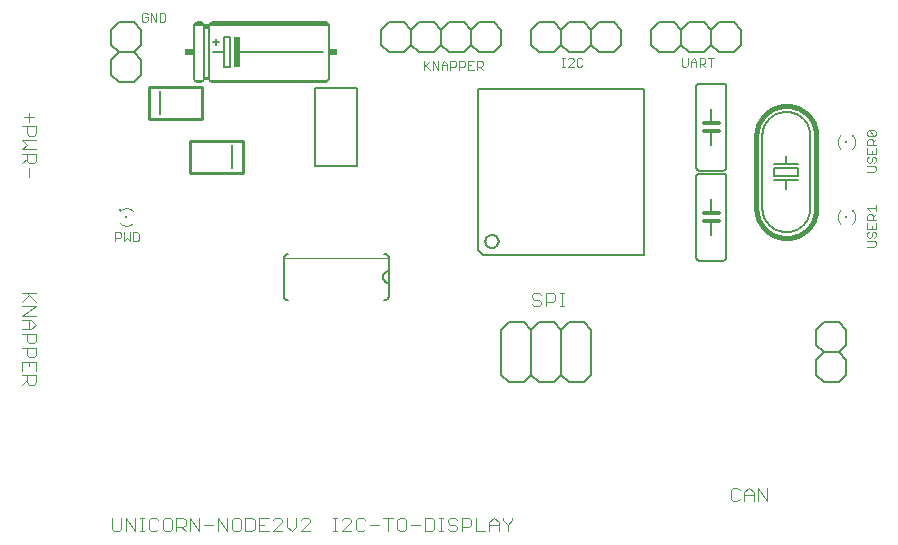
<source format=gto>
G75*
G70*
%OFA0B0*%
%FSLAX24Y24*%
%IPPOS*%
%LPD*%
%AMOC8*
5,1,8,0,0,1.08239X$1,22.5*
%
%ADD10C,0.0030*%
%ADD11C,0.0040*%
%ADD12C,0.0160*%
%ADD13C,0.0060*%
%ADD14C,0.0120*%
%ADD15R,0.0079X0.0079*%
%ADD16R,0.0059X0.0098*%
%ADD17C,0.0100*%
%ADD18R,0.0059X0.0827*%
%ADD19R,0.0200X0.1000*%
%ADD20R,0.0300X0.0200*%
%ADD21C,0.0020*%
%ADD22C,0.0080*%
%ADD23R,0.0098X0.0059*%
D10*
X003433Y010836D02*
X003433Y011126D01*
X003579Y011126D01*
X003627Y011078D01*
X003627Y010981D01*
X003579Y010933D01*
X003433Y010933D01*
X003728Y010836D02*
X003825Y010933D01*
X003922Y010836D01*
X003922Y011126D01*
X004023Y011126D02*
X004168Y011126D01*
X004216Y011078D01*
X004216Y010884D01*
X004168Y010836D01*
X004023Y010836D01*
X004023Y011126D01*
X003728Y011126D02*
X003728Y010836D01*
X013717Y016556D02*
X013717Y016846D01*
X013766Y016701D02*
X013911Y016556D01*
X014012Y016556D02*
X014012Y016846D01*
X014205Y016556D01*
X014205Y016846D01*
X014307Y016750D02*
X014403Y016846D01*
X014500Y016750D01*
X014500Y016556D01*
X014601Y016556D02*
X014601Y016846D01*
X014746Y016846D01*
X014795Y016798D01*
X014795Y016701D01*
X014746Y016653D01*
X014601Y016653D01*
X014500Y016701D02*
X014307Y016701D01*
X014307Y016750D02*
X014307Y016556D01*
X013911Y016846D02*
X013717Y016653D01*
X014896Y016653D02*
X015041Y016653D01*
X015089Y016701D01*
X015089Y016798D01*
X015041Y016846D01*
X014896Y016846D01*
X014896Y016556D01*
X015191Y016556D02*
X015384Y016556D01*
X015485Y016556D02*
X015485Y016846D01*
X015630Y016846D01*
X015679Y016798D01*
X015679Y016701D01*
X015630Y016653D01*
X015485Y016653D01*
X015582Y016653D02*
X015679Y016556D01*
X015287Y016701D02*
X015191Y016701D01*
X015191Y016846D02*
X015191Y016556D01*
X015191Y016846D02*
X015384Y016846D01*
X018317Y016946D02*
X018414Y016946D01*
X018366Y016946D02*
X018366Y016656D01*
X018414Y016656D02*
X018317Y016656D01*
X018514Y016656D02*
X018707Y016850D01*
X018707Y016898D01*
X018659Y016946D01*
X018562Y016946D01*
X018514Y016898D01*
X018514Y016656D02*
X018707Y016656D01*
X018808Y016704D02*
X018808Y016898D01*
X018857Y016946D01*
X018954Y016946D01*
X019002Y016898D01*
X019002Y016704D02*
X018954Y016656D01*
X018857Y016656D01*
X018808Y016704D01*
X022317Y016704D02*
X022366Y016656D01*
X022462Y016656D01*
X022511Y016704D01*
X022511Y016946D01*
X022612Y016850D02*
X022612Y016656D01*
X022612Y016801D02*
X022805Y016801D01*
X022805Y016850D02*
X022805Y016656D01*
X022907Y016656D02*
X022907Y016946D01*
X023052Y016946D01*
X023100Y016898D01*
X023100Y016801D01*
X023052Y016753D01*
X022907Y016753D01*
X023003Y016753D02*
X023100Y016656D01*
X023298Y016656D02*
X023298Y016946D01*
X023201Y016946D02*
X023395Y016946D01*
X022805Y016850D02*
X022709Y016946D01*
X022612Y016850D01*
X022317Y016946D02*
X022317Y016704D01*
X028497Y014480D02*
X028546Y014528D01*
X028739Y014335D01*
X028787Y014383D01*
X028787Y014480D01*
X028739Y014528D01*
X028546Y014528D01*
X028497Y014480D02*
X028497Y014383D01*
X028546Y014335D01*
X028739Y014335D01*
X028787Y014234D02*
X028691Y014137D01*
X028691Y014185D02*
X028691Y014040D01*
X028787Y014040D02*
X028497Y014040D01*
X028497Y014185D01*
X028546Y014234D01*
X028642Y014234D01*
X028691Y014185D01*
X028787Y013939D02*
X028787Y013745D01*
X028497Y013745D01*
X028497Y013939D01*
X028642Y013842D02*
X028642Y013745D01*
X028691Y013644D02*
X028739Y013644D01*
X028787Y013596D01*
X028787Y013499D01*
X028739Y013451D01*
X028739Y013350D02*
X028497Y013350D01*
X028546Y013451D02*
X028594Y013451D01*
X028642Y013499D01*
X028642Y013596D01*
X028691Y013644D01*
X028546Y013644D02*
X028497Y013596D01*
X028497Y013499D01*
X028546Y013451D01*
X028739Y013350D02*
X028787Y013301D01*
X028787Y013204D01*
X028739Y013156D01*
X028497Y013156D01*
X028787Y012028D02*
X028787Y011835D01*
X028787Y011931D02*
X028497Y011931D01*
X028594Y011835D01*
X028642Y011734D02*
X028691Y011685D01*
X028691Y011540D01*
X028787Y011540D02*
X028497Y011540D01*
X028497Y011685D01*
X028546Y011734D01*
X028642Y011734D01*
X028691Y011637D02*
X028787Y011734D01*
X028787Y011439D02*
X028787Y011245D01*
X028497Y011245D01*
X028497Y011439D01*
X028642Y011342D02*
X028642Y011245D01*
X028691Y011144D02*
X028739Y011144D01*
X028787Y011096D01*
X028787Y010999D01*
X028739Y010951D01*
X028739Y010850D02*
X028497Y010850D01*
X028546Y010951D02*
X028594Y010951D01*
X028642Y010999D01*
X028642Y011096D01*
X028691Y011144D01*
X028546Y011144D02*
X028497Y011096D01*
X028497Y010999D01*
X028546Y010951D01*
X028739Y010850D02*
X028787Y010801D01*
X028787Y010704D01*
X028739Y010656D01*
X028497Y010656D01*
X005100Y018204D02*
X005052Y018156D01*
X004907Y018156D01*
X004907Y018446D01*
X005052Y018446D01*
X005100Y018398D01*
X005100Y018204D01*
X004805Y018156D02*
X004805Y018446D01*
X004612Y018446D02*
X004805Y018156D01*
X004612Y018156D02*
X004612Y018446D01*
X004511Y018398D02*
X004462Y018446D01*
X004366Y018446D01*
X004317Y018398D01*
X004317Y018204D01*
X004366Y018156D01*
X004462Y018156D01*
X004511Y018204D01*
X004511Y018301D01*
X004414Y018301D01*
D11*
X003322Y001238D02*
X003399Y001161D01*
X003553Y001161D01*
X003629Y001238D01*
X003629Y001621D01*
X003783Y001621D02*
X004090Y001161D01*
X004090Y001621D01*
X004243Y001621D02*
X004396Y001621D01*
X004320Y001621D02*
X004320Y001161D01*
X004396Y001161D02*
X004243Y001161D01*
X004550Y001238D02*
X004627Y001161D01*
X004780Y001161D01*
X004857Y001238D01*
X005010Y001238D02*
X005087Y001161D01*
X005240Y001161D01*
X005317Y001238D01*
X005317Y001545D01*
X005240Y001621D01*
X005087Y001621D01*
X005010Y001545D01*
X005010Y001238D01*
X005471Y001315D02*
X005701Y001315D01*
X005778Y001391D01*
X005778Y001545D01*
X005701Y001621D01*
X005471Y001621D01*
X005471Y001161D01*
X005624Y001315D02*
X005778Y001161D01*
X005931Y001161D02*
X005931Y001621D01*
X006238Y001161D01*
X006238Y001621D01*
X006391Y001391D02*
X006698Y001391D01*
X006852Y001161D02*
X006852Y001621D01*
X007159Y001161D01*
X007159Y001621D01*
X007312Y001545D02*
X007312Y001238D01*
X007389Y001161D01*
X007542Y001161D01*
X007619Y001238D01*
X007619Y001545D01*
X007542Y001621D01*
X007389Y001621D01*
X007312Y001545D01*
X007772Y001621D02*
X007772Y001161D01*
X008003Y001161D01*
X008079Y001238D01*
X008079Y001545D01*
X008003Y001621D01*
X007772Y001621D01*
X008233Y001621D02*
X008233Y001161D01*
X008540Y001161D01*
X008693Y001161D02*
X009000Y001468D01*
X009000Y001545D01*
X008923Y001621D01*
X008770Y001621D01*
X008693Y001545D01*
X008540Y001621D02*
X008233Y001621D01*
X008233Y001391D02*
X008386Y001391D01*
X008693Y001161D02*
X009000Y001161D01*
X009154Y001315D02*
X009307Y001161D01*
X009460Y001315D01*
X009460Y001621D01*
X009614Y001545D02*
X009691Y001621D01*
X009844Y001621D01*
X009921Y001545D01*
X009921Y001468D01*
X009614Y001161D01*
X009921Y001161D01*
X009154Y001315D02*
X009154Y001621D01*
X010684Y001621D02*
X010837Y001621D01*
X010761Y001621D02*
X010761Y001161D01*
X010837Y001161D02*
X010684Y001161D01*
X010991Y001161D02*
X011298Y001468D01*
X011298Y001545D01*
X011221Y001621D01*
X011067Y001621D01*
X010991Y001545D01*
X010991Y001161D02*
X011298Y001161D01*
X011451Y001238D02*
X011528Y001161D01*
X011681Y001161D01*
X011758Y001238D01*
X011911Y001391D02*
X012218Y001391D01*
X012372Y001621D02*
X012679Y001621D01*
X012525Y001621D02*
X012525Y001161D01*
X012832Y001238D02*
X012909Y001161D01*
X013062Y001161D01*
X013139Y001238D01*
X013139Y001545D01*
X013062Y001621D01*
X012909Y001621D01*
X012832Y001545D01*
X012832Y001238D01*
X013292Y001391D02*
X013599Y001391D01*
X013753Y001161D02*
X013983Y001161D01*
X014060Y001238D01*
X014060Y001545D01*
X013983Y001621D01*
X013753Y001621D01*
X013753Y001161D01*
X014213Y001161D02*
X014367Y001161D01*
X014290Y001161D02*
X014290Y001621D01*
X014213Y001621D02*
X014367Y001621D01*
X014520Y001545D02*
X014520Y001468D01*
X014597Y001391D01*
X014750Y001391D01*
X014827Y001315D01*
X014827Y001238D01*
X014750Y001161D01*
X014597Y001161D01*
X014520Y001238D01*
X014520Y001545D02*
X014597Y001621D01*
X014750Y001621D01*
X014827Y001545D01*
X014980Y001621D02*
X015211Y001621D01*
X015287Y001545D01*
X015287Y001391D01*
X015211Y001315D01*
X014980Y001315D01*
X014980Y001161D02*
X014980Y001621D01*
X015441Y001621D02*
X015441Y001161D01*
X015748Y001161D01*
X015901Y001161D02*
X015901Y001468D01*
X016055Y001621D01*
X016208Y001468D01*
X016208Y001161D01*
X016208Y001391D02*
X015901Y001391D01*
X016361Y001545D02*
X016515Y001391D01*
X016515Y001161D01*
X016515Y001391D02*
X016668Y001545D01*
X016668Y001621D01*
X016361Y001621D02*
X016361Y001545D01*
X011758Y001545D02*
X011681Y001621D01*
X011528Y001621D01*
X011451Y001545D01*
X011451Y001238D01*
X004857Y001545D02*
X004780Y001621D01*
X004627Y001621D01*
X004550Y001545D01*
X004550Y001238D01*
X003783Y001161D02*
X003783Y001621D01*
X003322Y001621D02*
X003322Y001238D01*
X000706Y006052D02*
X000553Y006052D01*
X000476Y006129D01*
X000476Y006359D01*
X000476Y006206D02*
X000322Y006052D01*
X000706Y006052D02*
X000783Y006129D01*
X000783Y006359D01*
X000322Y006359D01*
X000322Y006512D02*
X000322Y006819D01*
X000783Y006819D01*
X000783Y006512D01*
X000553Y006666D02*
X000553Y006819D01*
X000553Y006973D02*
X000476Y007050D01*
X000476Y007280D01*
X000322Y007280D02*
X000783Y007280D01*
X000783Y007050D01*
X000706Y006973D01*
X000553Y006973D01*
X000553Y007433D02*
X000476Y007510D01*
X000476Y007740D01*
X000322Y007740D02*
X000783Y007740D01*
X000783Y007510D01*
X000706Y007433D01*
X000553Y007433D01*
X000553Y007894D02*
X000553Y008200D01*
X000629Y008200D02*
X000322Y008200D01*
X000322Y008354D02*
X000783Y008354D01*
X000629Y008200D02*
X000783Y008047D01*
X000629Y007894D01*
X000322Y007894D01*
X000322Y008354D02*
X000783Y008661D01*
X000322Y008661D01*
X000322Y008814D02*
X000553Y009044D01*
X000476Y009121D02*
X000783Y008814D01*
X000783Y009121D02*
X000322Y009121D01*
X003585Y011444D02*
X003608Y011421D01*
X003634Y011401D01*
X003662Y011384D01*
X003691Y011370D01*
X003722Y011359D01*
X003753Y011352D01*
X003786Y011348D01*
X003818Y011348D01*
X003851Y011352D01*
X003882Y011359D01*
X003913Y011370D01*
X003942Y011384D01*
X003970Y011401D01*
X003996Y011421D01*
X004019Y011444D01*
X004019Y011838D02*
X003996Y011861D01*
X003970Y011881D01*
X003942Y011898D01*
X003913Y011912D01*
X003882Y011923D01*
X003851Y011930D01*
X003818Y011934D01*
X003786Y011934D01*
X003753Y011930D01*
X003722Y011923D01*
X003691Y011912D01*
X003662Y011898D01*
X003634Y011881D01*
X003608Y011861D01*
X003585Y011838D01*
X000783Y013510D02*
X000783Y013740D01*
X000322Y013740D01*
X000322Y013894D02*
X000783Y013894D01*
X000476Y014047D02*
X000322Y013894D01*
X000476Y014047D02*
X000322Y014200D01*
X000783Y014200D01*
X000706Y014354D02*
X000553Y014354D01*
X000476Y014431D01*
X000476Y014661D01*
X000322Y014661D02*
X000783Y014661D01*
X000783Y014431D01*
X000706Y014354D01*
X000553Y014814D02*
X000553Y015121D01*
X000706Y014968D02*
X000399Y014968D01*
X000476Y013740D02*
X000476Y013510D01*
X000553Y013433D01*
X000706Y013433D01*
X000783Y013510D01*
X000476Y013587D02*
X000322Y013433D01*
X000553Y013280D02*
X000553Y012973D01*
X017322Y009045D02*
X017322Y008968D01*
X017399Y008891D01*
X017553Y008891D01*
X017629Y008815D01*
X017629Y008738D01*
X017553Y008661D01*
X017399Y008661D01*
X017322Y008738D01*
X017783Y008815D02*
X018013Y008815D01*
X018090Y008891D01*
X018090Y009045D01*
X018013Y009121D01*
X017783Y009121D01*
X017783Y008661D01*
X017629Y009045D02*
X017553Y009121D01*
X017399Y009121D01*
X017322Y009045D01*
X018243Y009121D02*
X018396Y009121D01*
X018320Y009121D02*
X018320Y008661D01*
X018396Y008661D02*
X018243Y008661D01*
X024018Y002621D02*
X023941Y002545D01*
X023941Y002238D01*
X024018Y002161D01*
X024171Y002161D01*
X024248Y002238D01*
X024402Y002161D02*
X024402Y002468D01*
X024555Y002621D01*
X024708Y002468D01*
X024708Y002161D01*
X024862Y002161D02*
X024862Y002621D01*
X025169Y002161D01*
X025169Y002621D01*
X024708Y002391D02*
X024402Y002391D01*
X024248Y002545D02*
X024171Y002621D01*
X024018Y002621D01*
X027605Y011424D02*
X027582Y011447D01*
X027562Y011473D01*
X027545Y011501D01*
X027531Y011530D01*
X027520Y011561D01*
X027513Y011592D01*
X027509Y011625D01*
X027509Y011657D01*
X027513Y011690D01*
X027520Y011721D01*
X027531Y011752D01*
X027545Y011781D01*
X027562Y011809D01*
X027582Y011835D01*
X027605Y011858D01*
X027999Y011858D02*
X028022Y011835D01*
X028042Y011809D01*
X028059Y011781D01*
X028073Y011752D01*
X028084Y011721D01*
X028091Y011690D01*
X028095Y011657D01*
X028095Y011625D01*
X028091Y011592D01*
X028084Y011561D01*
X028073Y011530D01*
X028059Y011501D01*
X028042Y011473D01*
X028022Y011447D01*
X027999Y011424D01*
X027605Y013924D02*
X027582Y013947D01*
X027562Y013973D01*
X027545Y014001D01*
X027531Y014030D01*
X027520Y014061D01*
X027513Y014092D01*
X027509Y014125D01*
X027509Y014157D01*
X027513Y014190D01*
X027520Y014221D01*
X027531Y014252D01*
X027545Y014281D01*
X027562Y014309D01*
X027582Y014335D01*
X027605Y014358D01*
X027999Y014358D02*
X028022Y014335D01*
X028042Y014309D01*
X028059Y014281D01*
X028073Y014252D01*
X028084Y014221D01*
X028091Y014190D01*
X028095Y014157D01*
X028095Y014125D01*
X028091Y014092D01*
X028084Y014061D01*
X028073Y014030D01*
X028059Y014001D01*
X028042Y013973D01*
X028022Y013947D01*
X027999Y013924D01*
D12*
X026802Y014341D02*
X026802Y011941D01*
X026800Y011879D01*
X026794Y011818D01*
X026785Y011757D01*
X026772Y011697D01*
X026755Y011638D01*
X026734Y011580D01*
X026710Y011523D01*
X026683Y011468D01*
X026652Y011415D01*
X026618Y011363D01*
X026581Y011314D01*
X026541Y011267D01*
X026498Y011223D01*
X026453Y011182D01*
X026405Y011143D01*
X026354Y011107D01*
X026302Y011075D01*
X026248Y011046D01*
X026192Y011020D01*
X026134Y010998D01*
X026076Y010979D01*
X026016Y010964D01*
X025955Y010953D01*
X025894Y010945D01*
X025833Y010941D01*
X025771Y010941D01*
X025710Y010945D01*
X025649Y010953D01*
X025588Y010964D01*
X025528Y010979D01*
X025470Y010998D01*
X025412Y011020D01*
X025356Y011046D01*
X025302Y011075D01*
X025250Y011107D01*
X025199Y011143D01*
X025151Y011182D01*
X025106Y011223D01*
X025063Y011267D01*
X025023Y011314D01*
X024986Y011363D01*
X024952Y011415D01*
X024921Y011468D01*
X024894Y011523D01*
X024870Y011580D01*
X024849Y011638D01*
X024832Y011697D01*
X024819Y011757D01*
X024810Y011818D01*
X024804Y011879D01*
X024802Y011941D01*
X024802Y014341D01*
X024804Y014403D01*
X024810Y014464D01*
X024819Y014525D01*
X024832Y014585D01*
X024849Y014644D01*
X024870Y014702D01*
X024894Y014759D01*
X024921Y014814D01*
X024952Y014867D01*
X024986Y014919D01*
X025023Y014968D01*
X025063Y015015D01*
X025106Y015059D01*
X025151Y015100D01*
X025199Y015139D01*
X025250Y015175D01*
X025302Y015207D01*
X025356Y015236D01*
X025412Y015262D01*
X025470Y015284D01*
X025528Y015303D01*
X025588Y015318D01*
X025649Y015329D01*
X025710Y015337D01*
X025771Y015341D01*
X025833Y015341D01*
X025894Y015337D01*
X025955Y015329D01*
X026016Y015318D01*
X026076Y015303D01*
X026134Y015284D01*
X026192Y015262D01*
X026248Y015236D01*
X026302Y015207D01*
X026354Y015175D01*
X026405Y015139D01*
X026453Y015100D01*
X026498Y015059D01*
X026541Y015015D01*
X026581Y014968D01*
X026618Y014919D01*
X026652Y014867D01*
X026683Y014814D01*
X026710Y014759D01*
X026734Y014702D01*
X026755Y014644D01*
X026772Y014585D01*
X026785Y014525D01*
X026794Y014464D01*
X026800Y014403D01*
X026802Y014341D01*
D13*
X026602Y014341D02*
X026602Y011941D01*
X026600Y011885D01*
X026594Y011830D01*
X026585Y011775D01*
X026571Y011720D01*
X026554Y011667D01*
X026533Y011616D01*
X026508Y011565D01*
X026480Y011517D01*
X026449Y011471D01*
X026415Y011427D01*
X026377Y011385D01*
X026337Y011346D01*
X026295Y011311D01*
X026249Y011278D01*
X026202Y011248D01*
X026153Y011222D01*
X026102Y011199D01*
X026049Y011180D01*
X025996Y011165D01*
X025941Y011153D01*
X025886Y011145D01*
X025830Y011141D01*
X025774Y011141D01*
X025718Y011145D01*
X025663Y011153D01*
X025608Y011165D01*
X025555Y011180D01*
X025502Y011199D01*
X025451Y011222D01*
X025402Y011248D01*
X025355Y011278D01*
X025309Y011311D01*
X025267Y011346D01*
X025227Y011385D01*
X025189Y011427D01*
X025155Y011471D01*
X025124Y011517D01*
X025096Y011565D01*
X025071Y011616D01*
X025050Y011667D01*
X025033Y011720D01*
X025019Y011775D01*
X025010Y011830D01*
X025004Y011885D01*
X025002Y011941D01*
X025002Y014341D01*
X025004Y014397D01*
X025010Y014452D01*
X025019Y014507D01*
X025033Y014562D01*
X025050Y014615D01*
X025071Y014666D01*
X025096Y014717D01*
X025124Y014765D01*
X025155Y014811D01*
X025189Y014855D01*
X025227Y014897D01*
X025267Y014936D01*
X025309Y014971D01*
X025355Y015004D01*
X025402Y015034D01*
X025451Y015060D01*
X025502Y015083D01*
X025555Y015102D01*
X025608Y015117D01*
X025663Y015129D01*
X025718Y015137D01*
X025774Y015141D01*
X025830Y015141D01*
X025886Y015137D01*
X025941Y015129D01*
X025996Y015117D01*
X026049Y015102D01*
X026102Y015083D01*
X026153Y015060D01*
X026202Y015034D01*
X026249Y015004D01*
X026295Y014971D01*
X026337Y014936D01*
X026377Y014897D01*
X026415Y014855D01*
X026449Y014811D01*
X026480Y014765D01*
X026508Y014717D01*
X026533Y014666D01*
X026554Y014615D01*
X026571Y014562D01*
X026585Y014507D01*
X026594Y014452D01*
X026600Y014397D01*
X026602Y014341D01*
X025802Y013691D02*
X025802Y013411D01*
X025402Y013411D01*
X025402Y013271D02*
X025402Y013021D01*
X026202Y013021D01*
X026202Y013271D01*
X025402Y013271D01*
X025402Y012871D02*
X025802Y012871D01*
X025802Y012591D01*
X025802Y012871D02*
X026202Y012871D01*
X026202Y013411D02*
X025802Y013411D01*
X023802Y013291D02*
X023802Y015991D01*
X023800Y016008D01*
X023796Y016025D01*
X023789Y016041D01*
X023779Y016055D01*
X023766Y016068D01*
X023752Y016078D01*
X023736Y016085D01*
X023719Y016089D01*
X023702Y016091D01*
X022902Y016091D01*
X022885Y016089D01*
X022868Y016085D01*
X022852Y016078D01*
X022838Y016068D01*
X022825Y016055D01*
X022815Y016041D01*
X022808Y016025D01*
X022804Y016008D01*
X022802Y015991D01*
X022802Y013291D01*
X022804Y013274D01*
X022808Y013257D01*
X022815Y013241D01*
X022825Y013227D01*
X022838Y013214D01*
X022852Y013204D01*
X022868Y013197D01*
X022885Y013193D01*
X022902Y013191D01*
X023702Y013191D01*
X023702Y013091D02*
X022902Y013091D01*
X022885Y013089D01*
X022868Y013085D01*
X022852Y013078D01*
X022838Y013068D01*
X022825Y013055D01*
X022815Y013041D01*
X022808Y013025D01*
X022804Y013008D01*
X022802Y012991D01*
X022802Y010291D01*
X022804Y010274D01*
X022808Y010257D01*
X022815Y010241D01*
X022825Y010227D01*
X022838Y010214D01*
X022852Y010204D01*
X022868Y010197D01*
X022885Y010193D01*
X022902Y010191D01*
X023702Y010191D01*
X023719Y010193D01*
X023736Y010197D01*
X023752Y010204D01*
X023766Y010214D01*
X023779Y010227D01*
X023789Y010241D01*
X023796Y010257D01*
X023800Y010274D01*
X023802Y010291D01*
X023802Y012991D01*
X023800Y013008D01*
X023796Y013025D01*
X023789Y013041D01*
X023779Y013055D01*
X023766Y013068D01*
X023752Y013078D01*
X023736Y013085D01*
X023719Y013089D01*
X023702Y013091D01*
X023702Y013191D02*
X023719Y013193D01*
X023736Y013197D01*
X023752Y013204D01*
X023766Y013214D01*
X023779Y013227D01*
X023789Y013241D01*
X023796Y013257D01*
X023800Y013274D01*
X023802Y013291D01*
X023302Y014041D02*
X023302Y014511D01*
X023302Y014761D02*
X023302Y015241D01*
X021072Y015911D02*
X021072Y010371D01*
X015702Y010371D01*
X015532Y010541D01*
X015532Y015911D01*
X021072Y015911D01*
X021552Y017141D02*
X021302Y017391D01*
X021302Y017891D01*
X021552Y018141D01*
X022052Y018141D01*
X022302Y017891D01*
X022552Y018141D01*
X023052Y018141D01*
X023302Y017891D01*
X023552Y018141D01*
X024052Y018141D01*
X024302Y017891D01*
X024302Y017391D01*
X024052Y017141D01*
X023552Y017141D01*
X023302Y017391D01*
X023052Y017141D01*
X022552Y017141D01*
X022302Y017391D01*
X022052Y017141D01*
X021552Y017141D01*
X022302Y017391D02*
X022302Y017891D01*
X023302Y017891D02*
X023302Y017391D01*
X020302Y017391D02*
X020052Y017141D01*
X019552Y017141D01*
X019302Y017391D01*
X019052Y017141D01*
X018552Y017141D01*
X018302Y017391D01*
X018052Y017141D01*
X017552Y017141D01*
X017302Y017391D01*
X017302Y017891D01*
X017552Y018141D01*
X018052Y018141D01*
X018302Y017891D01*
X018552Y018141D01*
X019052Y018141D01*
X019302Y017891D01*
X019552Y018141D01*
X020052Y018141D01*
X020302Y017891D01*
X020302Y017391D01*
X019302Y017391D02*
X019302Y017891D01*
X018302Y017891D02*
X018302Y017391D01*
X016302Y017391D02*
X016052Y017141D01*
X015552Y017141D01*
X015302Y017391D01*
X015052Y017141D01*
X014552Y017141D01*
X014302Y017391D01*
X014052Y017141D01*
X013552Y017141D01*
X013302Y017391D01*
X013052Y017141D01*
X012552Y017141D01*
X012302Y017391D01*
X012302Y017891D01*
X012552Y018141D01*
X013052Y018141D01*
X013302Y017891D01*
X013552Y018141D01*
X014052Y018141D01*
X014302Y017891D01*
X014302Y017391D01*
X014302Y017891D02*
X014552Y018141D01*
X015052Y018141D01*
X015302Y017891D01*
X015552Y018141D01*
X016052Y018141D01*
X016302Y017891D01*
X016302Y017391D01*
X015302Y017391D02*
X015302Y017891D01*
X013302Y017891D02*
X013302Y017391D01*
X010552Y018041D02*
X010552Y016241D01*
X010502Y016191D01*
X010452Y016141D01*
X006652Y016141D01*
X006652Y016161D01*
X010452Y016161D01*
X010502Y016191D02*
X006602Y016191D01*
X006652Y016141D01*
X006602Y016191D02*
X006552Y016241D01*
X006552Y016261D01*
X006402Y016261D01*
X006402Y016241D01*
X006352Y016191D01*
X006102Y016191D01*
X006152Y016141D01*
X006152Y016161D01*
X006302Y016161D01*
X006302Y016141D02*
X006152Y016141D01*
X006102Y016191D02*
X006052Y016241D01*
X006052Y018041D01*
X006402Y018041D01*
X006552Y018041D01*
X010552Y018041D01*
X010452Y018141D01*
X006652Y018141D01*
X006552Y018041D01*
X006552Y017941D01*
X006552Y016291D01*
X006402Y016291D01*
X006402Y016261D01*
X006402Y016241D02*
X006552Y016241D01*
X006552Y016261D02*
X006552Y016291D01*
X006402Y016291D02*
X006402Y017941D01*
X006552Y017941D01*
X006402Y017941D02*
X006402Y018041D01*
X006302Y018141D01*
X006152Y018141D01*
X006052Y018041D01*
X006702Y017491D02*
X006902Y017491D01*
X006802Y017591D02*
X006802Y017391D01*
X006702Y017141D02*
X007052Y017141D01*
X007052Y017641D01*
X007252Y017641D01*
X007252Y016641D01*
X007052Y016641D01*
X007052Y017141D01*
X007552Y017141D02*
X010352Y017141D01*
X006352Y016191D02*
X006302Y016141D01*
X004302Y016391D02*
X004052Y016141D01*
X003552Y016141D01*
X003302Y016391D01*
X003302Y016891D01*
X003552Y017141D01*
X003302Y017391D01*
X003302Y017891D01*
X003552Y018141D01*
X004052Y018141D01*
X004302Y017891D01*
X004302Y017391D01*
X004052Y017141D01*
X004302Y016891D01*
X004302Y016391D01*
X004052Y017141D02*
X003552Y017141D01*
X009052Y010261D02*
X009052Y009021D01*
X009054Y008998D01*
X009059Y008975D01*
X009068Y008953D01*
X009081Y008933D01*
X009096Y008915D01*
X009114Y008900D01*
X009134Y008887D01*
X009156Y008878D01*
X009179Y008873D01*
X009202Y008871D01*
X009052Y010261D02*
X009054Y010284D01*
X009059Y010307D01*
X009068Y010329D01*
X009081Y010349D01*
X009096Y010367D01*
X009114Y010382D01*
X009134Y010395D01*
X009156Y010404D01*
X009179Y010409D01*
X009202Y010411D01*
X012402Y010411D02*
X012425Y010409D01*
X012448Y010404D01*
X012470Y010395D01*
X012490Y010382D01*
X012508Y010367D01*
X012523Y010349D01*
X012536Y010329D01*
X012545Y010307D01*
X012550Y010284D01*
X012552Y010261D01*
X012552Y009841D01*
X012552Y009441D01*
X012552Y009021D01*
X012550Y008998D01*
X012545Y008975D01*
X012536Y008953D01*
X012523Y008933D01*
X012508Y008915D01*
X012490Y008900D01*
X012470Y008887D01*
X012448Y008878D01*
X012425Y008873D01*
X012402Y008871D01*
X012552Y009441D02*
X012525Y009443D01*
X012498Y009448D01*
X012472Y009458D01*
X012448Y009470D01*
X012426Y009486D01*
X012406Y009504D01*
X012389Y009526D01*
X012374Y009549D01*
X012364Y009574D01*
X012356Y009600D01*
X012352Y009627D01*
X012352Y009655D01*
X012356Y009682D01*
X012364Y009708D01*
X012374Y009733D01*
X012389Y009756D01*
X012406Y009778D01*
X012426Y009796D01*
X012448Y009812D01*
X012472Y009824D01*
X012498Y009834D01*
X012525Y009839D01*
X012552Y009841D01*
X015767Y010826D02*
X015769Y010855D01*
X015775Y010884D01*
X015784Y010912D01*
X015798Y010938D01*
X015814Y010962D01*
X015834Y010984D01*
X015857Y011003D01*
X015881Y011019D01*
X015908Y011031D01*
X015936Y011040D01*
X015965Y011045D01*
X015994Y011046D01*
X016024Y011043D01*
X016052Y011036D01*
X016080Y011026D01*
X016105Y011011D01*
X016129Y010994D01*
X016150Y010974D01*
X016168Y010951D01*
X016183Y010925D01*
X016195Y010898D01*
X016203Y010870D01*
X016207Y010841D01*
X016207Y010811D01*
X016203Y010782D01*
X016195Y010754D01*
X016183Y010727D01*
X016168Y010701D01*
X016150Y010678D01*
X016129Y010658D01*
X016105Y010641D01*
X016080Y010626D01*
X016052Y010616D01*
X016024Y010609D01*
X015994Y010606D01*
X015965Y010607D01*
X015936Y010612D01*
X015908Y010621D01*
X015881Y010633D01*
X015857Y010649D01*
X015834Y010668D01*
X015814Y010690D01*
X015798Y010714D01*
X015784Y010740D01*
X015775Y010768D01*
X015769Y010797D01*
X015767Y010826D01*
X016552Y008141D02*
X017052Y008141D01*
X017302Y007891D01*
X017302Y006391D01*
X017552Y006141D01*
X018052Y006141D01*
X018302Y006391D01*
X018552Y006141D01*
X019052Y006141D01*
X019302Y006391D01*
X019302Y007891D01*
X019052Y008141D01*
X018552Y008141D01*
X018302Y007891D01*
X018302Y006391D01*
X017302Y006391D02*
X017052Y006141D01*
X016552Y006141D01*
X016302Y006391D01*
X016302Y007891D01*
X016552Y008141D01*
X017302Y007891D02*
X017552Y008141D01*
X018052Y008141D01*
X018302Y007891D01*
X023302Y011041D02*
X023302Y011521D01*
X023302Y011771D02*
X023302Y012241D01*
X027052Y008141D02*
X026802Y007891D01*
X026802Y007391D01*
X027052Y007141D01*
X026802Y006891D01*
X026802Y006391D01*
X027052Y006141D01*
X027552Y006141D01*
X027802Y006391D01*
X027802Y006891D01*
X027552Y007141D01*
X027052Y007141D01*
X027552Y007141D02*
X027802Y007391D01*
X027802Y007891D01*
X027552Y008141D01*
X027052Y008141D01*
D14*
X023552Y011521D02*
X023302Y011521D01*
X023052Y011521D01*
X023052Y011771D02*
X023302Y011771D01*
X023552Y011771D01*
X023552Y014511D02*
X023302Y014511D01*
X023052Y014511D01*
X023052Y014761D02*
X023302Y014761D01*
X023552Y014761D01*
X010452Y018091D02*
X006652Y018091D01*
X006502Y017991D02*
X006452Y017991D01*
X006302Y018091D02*
X006152Y018091D01*
D15*
X003802Y011641D03*
X027802Y011641D03*
X027802Y014141D03*
D16*
X003596Y011867D03*
D17*
X005920Y013121D02*
X005920Y014161D01*
X007684Y014161D01*
X007684Y013121D01*
X005920Y013121D01*
X006334Y014921D02*
X004570Y014921D01*
X004570Y015961D01*
X006334Y015961D01*
X006334Y014921D01*
D18*
X004931Y015441D03*
X007324Y013641D03*
D19*
X007502Y017141D03*
D20*
X005902Y017141D03*
X010702Y017141D03*
D21*
X009052Y010271D02*
X012552Y010271D01*
D22*
X011502Y013351D02*
X010102Y013351D01*
X010102Y015931D01*
X011502Y015931D01*
X011502Y013351D01*
D23*
X028029Y014348D03*
X028029Y011848D03*
M02*

</source>
